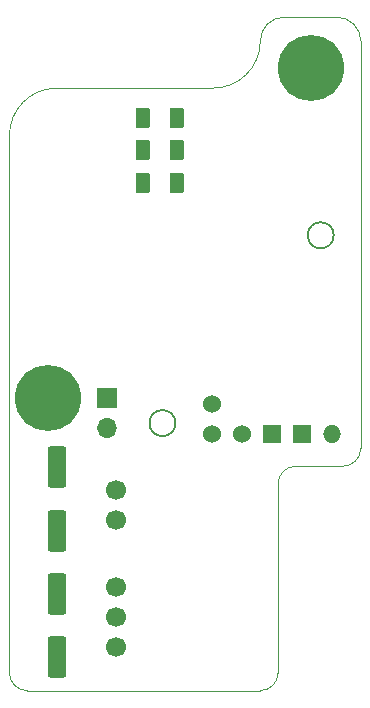
<source format=gts>
G04 #@! TF.GenerationSoftware,KiCad,Pcbnew,(6.0.1)*
G04 #@! TF.CreationDate,2022-03-21T13:55:18+01:00*
G04 #@! TF.ProjectId,ERC_2022_GripperBoard,4552435f-3230-4323-925f-477269707065,rev?*
G04 #@! TF.SameCoordinates,Original*
G04 #@! TF.FileFunction,Soldermask,Top*
G04 #@! TF.FilePolarity,Negative*
%FSLAX46Y46*%
G04 Gerber Fmt 4.6, Leading zero omitted, Abs format (unit mm)*
G04 Created by KiCad (PCBNEW (6.0.1)) date 2022-03-21 13:55:18*
%MOMM*%
%LPD*%
G01*
G04 APERTURE LIST*
G04 Aperture macros list*
%AMRoundRect*
0 Rectangle with rounded corners*
0 $1 Rounding radius*
0 $2 $3 $4 $5 $6 $7 $8 $9 X,Y pos of 4 corners*
0 Add a 4 corners polygon primitive as box body*
4,1,4,$2,$3,$4,$5,$6,$7,$8,$9,$2,$3,0*
0 Add four circle primitives for the rounded corners*
1,1,$1+$1,$2,$3*
1,1,$1+$1,$4,$5*
1,1,$1+$1,$6,$7*
1,1,$1+$1,$8,$9*
0 Add four rect primitives between the rounded corners*
20,1,$1+$1,$2,$3,$4,$5,0*
20,1,$1+$1,$4,$5,$6,$7,0*
20,1,$1+$1,$6,$7,$8,$9,0*
20,1,$1+$1,$8,$9,$2,$3,0*%
G04 Aperture macros list end*
G04 #@! TA.AperFunction,Profile*
%ADD10C,0.100000*%
G04 #@! TD*
G04 #@! TA.AperFunction,Profile*
%ADD11C,0.150000*%
G04 #@! TD*
%ADD12C,1.700000*%
%ADD13C,5.600000*%
%ADD14RoundRect,0.250000X0.375000X0.625000X-0.375000X0.625000X-0.375000X-0.625000X0.375000X-0.625000X0*%
%ADD15O,1.524000X1.524000*%
%ADD16R,1.524000X1.524000*%
%ADD17C,1.524000*%
%ADD18RoundRect,0.250000X0.550000X-1.500000X0.550000X1.500000X-0.550000X1.500000X-0.550000X-1.500000X0*%
%ADD19RoundRect,0.250000X-0.550000X1.500000X-0.550000X-1.500000X0.550000X-1.500000X0.550000X1.500000X0*%
%ADD20R,1.700000X1.700000*%
%ADD21O,1.700000X1.700000*%
G04 APERTURE END LIST*
D10*
X157000000Y-67000000D02*
X157000000Y-101500000D01*
D11*
X141305000Y-99355000D02*
G75*
G03*
X141305000Y-99355000I-1100000J0D01*
G01*
D10*
X127250000Y-120500000D02*
G75*
G03*
X128750000Y-122000000I1500001J1D01*
G01*
X144425000Y-70996573D02*
X131250000Y-71000000D01*
X155500000Y-103000000D02*
G75*
G03*
X157000000Y-101500000I-1J1500001D01*
G01*
X150000000Y-120500000D02*
X150000000Y-104500000D01*
X151500000Y-103000000D02*
X155500000Y-103000000D01*
D11*
X154705000Y-83455000D02*
G75*
G03*
X154705000Y-83455000I-1100000J0D01*
G01*
D10*
X157000000Y-67000000D02*
G75*
G03*
X155000000Y-65000000I-1999999J1D01*
G01*
X128750000Y-122000000D02*
X148500000Y-122000000D01*
X131250000Y-71000000D02*
G75*
G03*
X127250000Y-75000000I0J-4000000D01*
G01*
X127250000Y-75000000D02*
X127250000Y-120500000D01*
X151500000Y-103000000D02*
G75*
G03*
X150000000Y-104500000I1J-1500001D01*
G01*
X150500000Y-64996571D02*
G75*
G03*
X148496574Y-66996573I1J-2003430D01*
G01*
X144425000Y-70996573D02*
G75*
G03*
X148496573Y-66996573I70945J3999999D01*
G01*
X148500000Y-122000000D02*
G75*
G03*
X150000000Y-120500000I-1J1500001D01*
G01*
X150500000Y-64996571D02*
X155000000Y-65000000D01*
D12*
X136250000Y-118290000D03*
X136250000Y-115750000D03*
X136250000Y-113210000D03*
D13*
X152750000Y-69250000D03*
D14*
X141400000Y-73500000D03*
X138600000Y-73500000D03*
D15*
X154535000Y-100285000D03*
D16*
X149455000Y-100285000D03*
X151995000Y-100285000D03*
D17*
X146915000Y-100285000D03*
X144375000Y-100285000D03*
X144375000Y-97745000D03*
D14*
X141400000Y-79000000D03*
X138600000Y-79000000D03*
D18*
X131250000Y-108450000D03*
X131250000Y-103050000D03*
D13*
X130500000Y-97250000D03*
D19*
X131250000Y-113800000D03*
X131250000Y-119200000D03*
D14*
X141400000Y-76250000D03*
X138600000Y-76250000D03*
D12*
X136250000Y-107520000D03*
X136250000Y-104980000D03*
D20*
X135500000Y-97225000D03*
D21*
X135500000Y-99765000D03*
M02*

</source>
